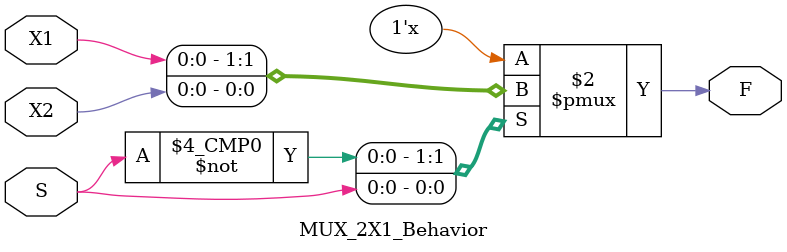
<source format=v>
`timescale 1ns / 1ps


//Behavioral Rebresentation.
// USNING "always @ " or " case \ endcase"
module MUX_2X1_Behavior(
    input /*wire */ X1,
    input X2,
    input S,
    output reg F
    );
    // reg F;
    always @(X1 , X2 , S )
        begin
/*            if(S)
                begin
                F=X1;
                end
            else
                begin
                F=X2;
                end      
*/
               case(S)
                    0:F=X1;
                    1:F=X2;   
               endcase   
          end 
endmodule










</source>
